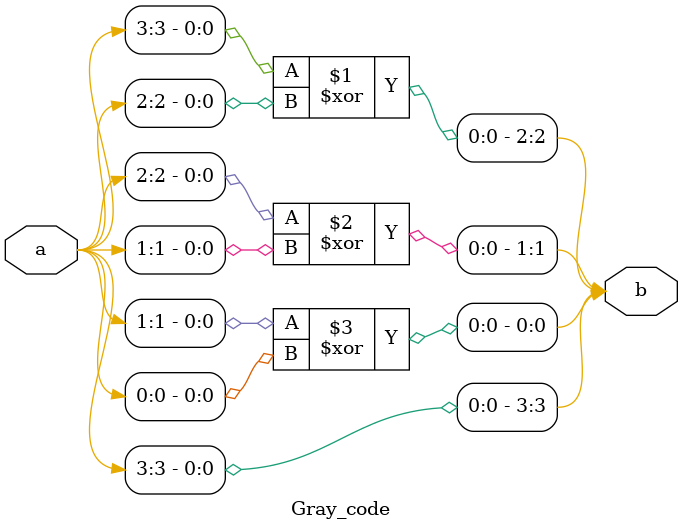
<source format=v>
module Gray_code(a,b);
input [3:0]a;
output [3:0]b;
assign b[3]=a[3];
assign b[2]=a[3]^a[2];
assign b[1]=a[2]^a[1];
assign b[0]=a[1]^a[0];
endmodule

</source>
